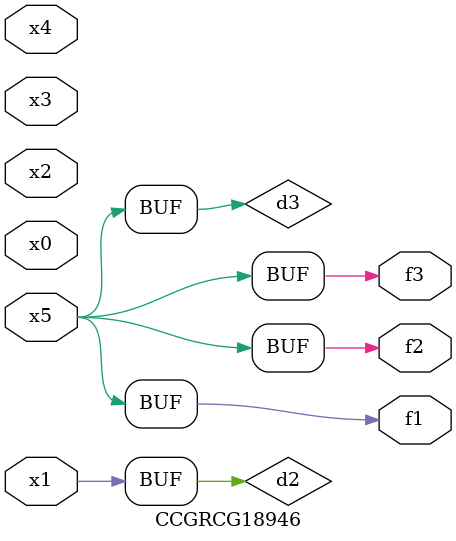
<source format=v>
module CCGRCG18946(
	input x0, x1, x2, x3, x4, x5,
	output f1, f2, f3
);

	wire d1, d2, d3;

	not (d1, x5);
	or (d2, x1);
	xnor (d3, d1);
	assign f1 = d3;
	assign f2 = d3;
	assign f3 = d3;
endmodule

</source>
